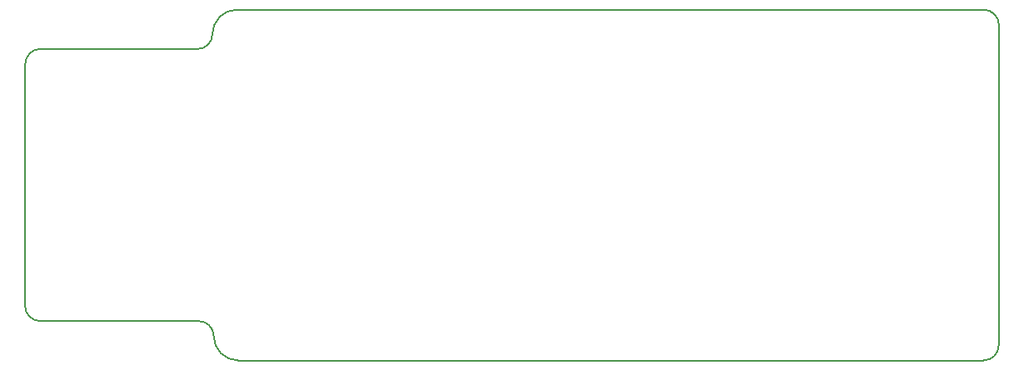
<source format=gm1>
G04 #@! TF.GenerationSoftware,KiCad,Pcbnew,5.1.4-e60b266~84~ubuntu19.04.1*
G04 #@! TF.CreationDate,2019-08-18T21:03:41+02:00*
G04 #@! TF.ProjectId,SLC_Free_PCB,534c435f-4672-4656-955f-5043422e6b69,rev?*
G04 #@! TF.SameCoordinates,Original*
G04 #@! TF.FileFunction,Profile,NP*
%FSLAX46Y46*%
G04 Gerber Fmt 4.6, Leading zero omitted, Abs format (unit mm)*
G04 Created by KiCad (PCBNEW 5.1.4-e60b266~84~ubuntu19.04.1) date 2019-08-18 21:03:41*
%MOMM*%
%LPD*%
G04 APERTURE LIST*
%ADD10C,0.150000*%
G04 APERTURE END LIST*
D10*
X189870000Y-123631153D02*
X114150000Y-123630000D01*
X114020179Y-87909821D02*
X189880000Y-87910000D01*
X94051153Y-91910000D02*
X110019967Y-91910033D01*
X110149788Y-119629788D02*
X94050000Y-119630000D01*
X92490000Y-93471153D02*
X92488847Y-118068847D01*
X111520000Y-90410000D02*
G75*
G02X110019967Y-91910033I-1500033J0D01*
G01*
X110149788Y-119629788D02*
G75*
G02X111649821Y-121129821I0J-1500033D01*
G01*
X111520000Y-90410000D02*
G75*
G02X114020179Y-87909821I2500179J0D01*
G01*
X114150000Y-123630000D02*
G75*
G02X111649821Y-121129821I0J2500179D01*
G01*
X191441153Y-89471153D02*
X191431153Y-122070000D01*
X94050000Y-119630000D02*
G75*
G02X92488847Y-118068847I0J1561153D01*
G01*
X92490000Y-93471153D02*
G75*
G02X94051153Y-91910000I1561153J0D01*
G01*
X189880000Y-87910000D02*
G75*
G02X191441153Y-89471153I0J-1561153D01*
G01*
X191431153Y-122070000D02*
G75*
G02X189870000Y-123631153I-1561153J0D01*
G01*
M02*

</source>
